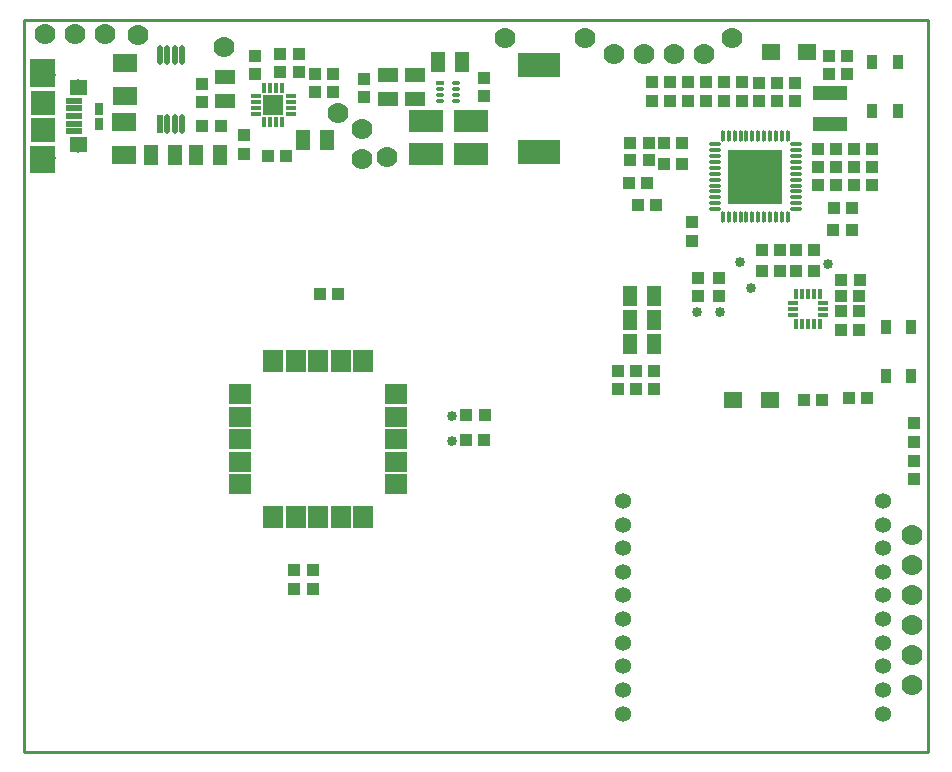
<source format=gts>
G04 Layer_Color=8388736*
%FSLAX25Y25*%
%MOIN*%
G70*
G01*
G75*
%ADD38C,0.01000*%
G04:AMPARAMS|DCode=55|XSize=15.69mil|YSize=35.5mil|CornerRadius=4.92mil|HoleSize=0mil|Usage=FLASHONLY|Rotation=90.000|XOffset=0mil|YOffset=0mil|HoleType=Round|Shape=RoundedRectangle|*
%AMROUNDEDRECTD55*
21,1,0.01569,0.02565,0,0,90.0*
21,1,0.00584,0.03550,0,0,90.0*
1,1,0.00984,0.01283,0.00292*
1,1,0.00984,0.01283,-0.00292*
1,1,0.00984,-0.01283,-0.00292*
1,1,0.00984,-0.01283,0.00292*
%
%ADD55ROUNDEDRECTD55*%
G04:AMPARAMS|DCode=56|XSize=15.69mil|YSize=35.5mil|CornerRadius=4.92mil|HoleSize=0mil|Usage=FLASHONLY|Rotation=0.000|XOffset=0mil|YOffset=0mil|HoleType=Round|Shape=RoundedRectangle|*
%AMROUNDEDRECTD56*
21,1,0.01569,0.02565,0,0,0.0*
21,1,0.00584,0.03550,0,0,0.0*
1,1,0.00984,0.00292,-0.01283*
1,1,0.00984,-0.00292,-0.01283*
1,1,0.00984,-0.00292,0.01283*
1,1,0.00984,0.00292,0.01283*
%
%ADD56ROUNDEDRECTD56*%
%ADD57R,0.18000X0.18000*%
G04:AMPARAMS|DCode=58|XSize=14mil|YSize=37.36mil|CornerRadius=4.5mil|HoleSize=0mil|Usage=FLASHONLY|Rotation=90.000|XOffset=0mil|YOffset=0mil|HoleType=Round|Shape=RoundedRectangle|*
%AMROUNDEDRECTD58*
21,1,0.01400,0.02836,0,0,90.0*
21,1,0.00500,0.03736,0,0,90.0*
1,1,0.00900,0.01418,0.00250*
1,1,0.00900,0.01418,-0.00250*
1,1,0.00900,-0.01418,-0.00250*
1,1,0.00900,-0.01418,0.00250*
%
%ADD58ROUNDEDRECTD58*%
G04:AMPARAMS|DCode=59|XSize=14mil|YSize=37.36mil|CornerRadius=4.5mil|HoleSize=0mil|Usage=FLASHONLY|Rotation=0.000|XOffset=0mil|YOffset=0mil|HoleType=Round|Shape=RoundedRectangle|*
%AMROUNDEDRECTD59*
21,1,0.01400,0.02836,0,0,0.0*
21,1,0.00500,0.03736,0,0,0.0*
1,1,0.00900,0.00250,-0.01418*
1,1,0.00900,-0.00250,-0.01418*
1,1,0.00900,-0.00250,0.01418*
1,1,0.00900,0.00250,0.01418*
%
%ADD59ROUNDEDRECTD59*%
%ADD60R,0.06500X0.06500*%
G04:AMPARAMS|DCode=61|XSize=16mil|YSize=36mil|CornerRadius=5mil|HoleSize=0mil|Usage=FLASHONLY|Rotation=0.000|XOffset=0mil|YOffset=0mil|HoleType=Round|Shape=RoundedRectangle|*
%AMROUNDEDRECTD61*
21,1,0.01600,0.02600,0,0,0.0*
21,1,0.00600,0.03600,0,0,0.0*
1,1,0.01000,0.00300,-0.01300*
1,1,0.01000,-0.00300,-0.01300*
1,1,0.01000,-0.00300,0.01300*
1,1,0.01000,0.00300,0.01300*
%
%ADD61ROUNDEDRECTD61*%
G04:AMPARAMS|DCode=62|XSize=16mil|YSize=36mil|CornerRadius=5mil|HoleSize=0mil|Usage=FLASHONLY|Rotation=270.000|XOffset=0mil|YOffset=0mil|HoleType=Round|Shape=RoundedRectangle|*
%AMROUNDEDRECTD62*
21,1,0.01600,0.02600,0,0,270.0*
21,1,0.00600,0.03600,0,0,270.0*
1,1,0.01000,-0.01300,-0.00300*
1,1,0.01000,-0.01300,0.00300*
1,1,0.01000,0.01300,0.00300*
1,1,0.01000,0.01300,-0.00300*
%
%ADD62ROUNDEDRECTD62*%
%ADD63R,0.02565X0.01384*%
G04:AMPARAMS|DCode=64|XSize=13.84mil|YSize=25.65mil|CornerRadius=4.46mil|HoleSize=0mil|Usage=FLASHONLY|Rotation=90.000|XOffset=0mil|YOffset=0mil|HoleType=Round|Shape=RoundedRectangle|*
%AMROUNDEDRECTD64*
21,1,0.01384,0.01673,0,0,90.0*
21,1,0.00492,0.02565,0,0,90.0*
1,1,0.00892,0.00837,0.00246*
1,1,0.00892,0.00837,-0.00246*
1,1,0.00892,-0.00837,-0.00246*
1,1,0.00892,-0.00837,0.00246*
%
%ADD64ROUNDEDRECTD64*%
%ADD65R,0.08480X0.08087*%
%ADD66R,0.05715X0.01975*%
%ADD67R,0.08400X0.06400*%
%ADD68R,0.11630X0.07299*%
%ADD69R,0.05000X0.07000*%
%ADD70R,0.07000X0.05000*%
%ADD71R,0.04347X0.04347*%
%ADD72R,0.04347X0.04347*%
%ADD73R,0.05921X0.05331*%
%ADD74R,0.11630X0.04937*%
%ADD75R,0.03559X0.05134*%
%ADD76R,0.14386X0.08283*%
%ADD77R,0.02575X0.04150*%
G04:AMPARAMS|DCode=78|XSize=64mil|YSize=20mil|CornerRadius=6.5mil|HoleSize=0mil|Usage=FLASHONLY|Rotation=90.000|XOffset=0mil|YOffset=0mil|HoleType=Round|Shape=RoundedRectangle|*
%AMROUNDEDRECTD78*
21,1,0.06400,0.00700,0,0,90.0*
21,1,0.05100,0.02000,0,0,90.0*
1,1,0.01300,0.00350,0.02550*
1,1,0.01300,0.00350,-0.02550*
1,1,0.01300,-0.00350,-0.02550*
1,1,0.01300,-0.00350,0.02550*
%
%ADD78ROUNDEDRECTD78*%
%ADD79R,0.02000X0.06400*%
%ADD80R,0.07687X0.06506*%
%ADD81R,0.06506X0.07687*%
%ADD82O,0.08480X0.04740*%
%ADD83C,0.05134*%
%ADD84C,0.05331*%
%ADD85C,0.03362*%
%ADD86C,0.07000*%
%ADD87C,0.02968*%
G36*
X20870Y199992D02*
X15160D01*
Y204907D01*
X20870D01*
Y199992D01*
D02*
G37*
G36*
X10339Y193102D02*
X2058D01*
Y202149D01*
X10339D01*
Y193102D01*
D02*
G37*
G36*
Y221843D02*
X2068D01*
Y230901D01*
X10339D01*
Y221843D01*
D02*
G37*
G36*
X20870Y219087D02*
X15161D01*
Y224013D01*
X20870D01*
Y219087D01*
D02*
G37*
D38*
X0Y0D02*
Y244100D01*
X301181D01*
Y0D02*
Y244100D01*
X0Y0D02*
X301181D01*
D55*
X266335Y147812D02*
D03*
Y145843D02*
D03*
Y149780D02*
D03*
X256295Y147812D02*
D03*
Y149780D02*
D03*
Y145843D02*
D03*
D56*
X265252Y142792D02*
D03*
X263283D02*
D03*
X261315D02*
D03*
X259347D02*
D03*
X257378D02*
D03*
X261315Y152831D02*
D03*
X263283D02*
D03*
X265252D02*
D03*
X259347D02*
D03*
X257378D02*
D03*
D57*
X243701Y191800D02*
D03*
D58*
X230177Y202627D02*
D03*
Y200658D02*
D03*
Y198690D02*
D03*
Y196721D02*
D03*
Y194753D02*
D03*
Y192784D02*
D03*
Y190816D02*
D03*
Y188847D02*
D03*
Y186879D02*
D03*
Y184910D02*
D03*
Y182942D02*
D03*
Y180973D02*
D03*
X257224D02*
D03*
Y182942D02*
D03*
Y184910D02*
D03*
Y186879D02*
D03*
Y188847D02*
D03*
Y190816D02*
D03*
Y192784D02*
D03*
Y194753D02*
D03*
Y196721D02*
D03*
Y198690D02*
D03*
Y200658D02*
D03*
Y202627D02*
D03*
D59*
X232874Y178276D02*
D03*
X234842D02*
D03*
X236811D02*
D03*
X238779D02*
D03*
X240748D02*
D03*
X242717D02*
D03*
X244685D02*
D03*
X246654D02*
D03*
X248622D02*
D03*
X250591D02*
D03*
X252559D02*
D03*
X254528D02*
D03*
Y205324D02*
D03*
X252559D02*
D03*
X250591D02*
D03*
X248622D02*
D03*
X246654D02*
D03*
X244685D02*
D03*
X242717D02*
D03*
X240748D02*
D03*
X238779D02*
D03*
X236811D02*
D03*
X234842D02*
D03*
X232874D02*
D03*
D60*
X83000Y215700D02*
D03*
D61*
X80000Y209900D02*
D03*
X82000D02*
D03*
X84000D02*
D03*
X86000D02*
D03*
Y221500D02*
D03*
X84000D02*
D03*
X82000D02*
D03*
X80000D02*
D03*
D62*
X88800Y212700D02*
D03*
Y214700D02*
D03*
Y216700D02*
D03*
Y218700D02*
D03*
X77200D02*
D03*
Y216700D02*
D03*
Y214700D02*
D03*
Y212700D02*
D03*
D63*
X138713Y223032D02*
D03*
D64*
Y221063D02*
D03*
Y219095D02*
D03*
Y217126D02*
D03*
X144028Y223032D02*
D03*
Y221063D02*
D03*
Y219095D02*
D03*
Y217126D02*
D03*
D65*
X6205Y207472D02*
D03*
Y216528D02*
D03*
D66*
X16736Y206882D02*
D03*
Y217118D02*
D03*
Y209441D02*
D03*
Y214559D02*
D03*
Y212000D02*
D03*
D67*
X33595Y218709D02*
D03*
Y229710D02*
D03*
X33382Y198900D02*
D03*
Y209900D02*
D03*
D68*
X148842Y199288D02*
D03*
Y210312D02*
D03*
X133842Y199288D02*
D03*
Y210312D02*
D03*
D69*
X57154Y198898D02*
D03*
X65154D02*
D03*
X42353D02*
D03*
X50353D02*
D03*
X145941Y230196D02*
D03*
X137941D02*
D03*
X209900Y152200D02*
D03*
X201900D02*
D03*
X209900Y144200D02*
D03*
X201900D02*
D03*
X209900Y136200D02*
D03*
X201900D02*
D03*
X92883Y204131D02*
D03*
X100883D02*
D03*
D70*
X130140Y217800D02*
D03*
Y225800D02*
D03*
X121339D02*
D03*
Y217800D02*
D03*
X66961Y225000D02*
D03*
Y217000D02*
D03*
D71*
X239185Y223248D02*
D03*
Y217146D02*
D03*
X233185Y223248D02*
D03*
Y217146D02*
D03*
X245079Y223186D02*
D03*
Y217083D02*
D03*
X256791Y223186D02*
D03*
Y217083D02*
D03*
X250984Y223186D02*
D03*
Y217083D02*
D03*
X96130Y60591D02*
D03*
Y54489D02*
D03*
X90000Y60591D02*
D03*
Y54489D02*
D03*
X274309Y226070D02*
D03*
Y232172D02*
D03*
X197956Y127003D02*
D03*
Y120901D02*
D03*
X203906Y127003D02*
D03*
Y120901D02*
D03*
X209906Y127003D02*
D03*
Y120901D02*
D03*
X268179Y226070D02*
D03*
Y232172D02*
D03*
X222516Y170472D02*
D03*
Y176575D02*
D03*
X209185Y223248D02*
D03*
Y217146D02*
D03*
X215185Y223248D02*
D03*
Y217146D02*
D03*
X221185Y223248D02*
D03*
Y217146D02*
D03*
X227185Y223248D02*
D03*
Y217146D02*
D03*
X296500Y109551D02*
D03*
Y103449D02*
D03*
Y90949D02*
D03*
Y97051D02*
D03*
X224600Y158051D02*
D03*
Y151949D02*
D03*
X231713Y158051D02*
D03*
Y151949D02*
D03*
X59425Y222851D02*
D03*
Y216749D02*
D03*
X76946Y226024D02*
D03*
Y232127D02*
D03*
X73261Y205607D02*
D03*
Y199505D02*
D03*
X103076Y226127D02*
D03*
Y220024D02*
D03*
X85300Y232677D02*
D03*
Y226574D02*
D03*
X96946Y226127D02*
D03*
Y220024D02*
D03*
X91598Y232677D02*
D03*
Y226574D02*
D03*
X113418Y218402D02*
D03*
Y224505D02*
D03*
X153339Y224851D02*
D03*
Y218749D02*
D03*
D72*
X269749Y174100D02*
D03*
X275851D02*
D03*
X274949Y118000D02*
D03*
X281051D02*
D03*
X259949Y117500D02*
D03*
X266051D02*
D03*
X219401Y195997D02*
D03*
X213299D02*
D03*
X219416Y203109D02*
D03*
X213314D02*
D03*
X147249Y103900D02*
D03*
X153351D02*
D03*
X245963Y160297D02*
D03*
X252065D02*
D03*
X257213D02*
D03*
X263315D02*
D03*
X264567Y201142D02*
D03*
X270669D02*
D03*
X282677D02*
D03*
X276575D02*
D03*
X98622Y152854D02*
D03*
X104724D02*
D03*
X278445Y157283D02*
D03*
X272342D02*
D03*
X278366Y146989D02*
D03*
X272264D02*
D03*
X278366Y152136D02*
D03*
X272264D02*
D03*
X276559Y195012D02*
D03*
X282661D02*
D03*
X276559Y189012D02*
D03*
X282661D02*
D03*
X270661Y195012D02*
D03*
X264559D02*
D03*
X270661Y189012D02*
D03*
X264559D02*
D03*
X147351Y112300D02*
D03*
X153454D02*
D03*
X272264Y140858D02*
D03*
X278366D02*
D03*
X202064Y203109D02*
D03*
X208166D02*
D03*
X202049Y197400D02*
D03*
X208151D02*
D03*
X210751Y182297D02*
D03*
X204649D02*
D03*
X207600Y189700D02*
D03*
X201498D02*
D03*
X263315Y167409D02*
D03*
X257213D02*
D03*
X252065D02*
D03*
X245963D02*
D03*
X269849Y181213D02*
D03*
X275951D02*
D03*
X87409Y198619D02*
D03*
X81306D02*
D03*
X59349Y208700D02*
D03*
X65451D02*
D03*
D73*
X248602Y117500D02*
D03*
X236398D02*
D03*
X248810Y233490D02*
D03*
X261014D02*
D03*
D74*
X268529Y209350D02*
D03*
Y219587D02*
D03*
D75*
X291240Y230188D02*
D03*
Y213850D02*
D03*
X282776Y230188D02*
D03*
Y213850D02*
D03*
X287175Y125431D02*
D03*
Y141769D02*
D03*
X295640Y125431D02*
D03*
Y141769D02*
D03*
D76*
X171477Y229134D02*
D03*
Y200000D02*
D03*
D77*
X25021Y214359D02*
D03*
Y209241D02*
D03*
D78*
X45169Y232500D02*
D03*
X47669D02*
D03*
X50269D02*
D03*
X52769D02*
D03*
Y209500D02*
D03*
X50269D02*
D03*
X47669D02*
D03*
D79*
X45169D02*
D03*
D80*
X72047Y119272D02*
D03*
Y111791D02*
D03*
Y104311D02*
D03*
Y96831D02*
D03*
Y89350D02*
D03*
X124016D02*
D03*
Y96831D02*
D03*
Y104311D02*
D03*
Y111791D02*
D03*
Y119272D02*
D03*
D81*
X83071Y78327D02*
D03*
X90551D02*
D03*
X98032D02*
D03*
X105512D02*
D03*
X112992D02*
D03*
Y130295D02*
D03*
X105512D02*
D03*
X98032D02*
D03*
X90551D02*
D03*
X83071D02*
D03*
D82*
X6205Y198171D02*
D03*
Y225829D02*
D03*
D83*
X18016Y202453D02*
D03*
Y221547D02*
D03*
D84*
X286206Y83706D02*
D03*
Y75832D02*
D03*
Y67958D02*
D03*
Y60084D02*
D03*
Y52210D02*
D03*
Y44336D02*
D03*
Y36462D02*
D03*
Y28588D02*
D03*
Y20714D02*
D03*
Y12840D02*
D03*
X199592D02*
D03*
Y20714D02*
D03*
Y28588D02*
D03*
Y36462D02*
D03*
Y44336D02*
D03*
Y52210D02*
D03*
Y60084D02*
D03*
Y67958D02*
D03*
Y75832D02*
D03*
Y83706D02*
D03*
D85*
X231800Y146600D02*
D03*
X224400Y146700D02*
D03*
X142696Y112000D02*
D03*
X142594Y103800D02*
D03*
X238500Y163500D02*
D03*
X242400Y154659D02*
D03*
X267789Y162800D02*
D03*
D86*
X196535Y232677D02*
D03*
X206535D02*
D03*
X216535D02*
D03*
X226535D02*
D03*
X160200Y238072D02*
D03*
X236000Y238000D02*
D03*
X187000Y238072D02*
D03*
X104630Y213000D02*
D03*
X38068Y239000D02*
D03*
X7000Y239389D02*
D03*
X66600Y235200D02*
D03*
X120825Y198225D02*
D03*
X27000Y239389D02*
D03*
X17000D02*
D03*
X112631Y197831D02*
D03*
Y207832D02*
D03*
X296000Y72500D02*
D03*
Y62500D02*
D03*
Y52500D02*
D03*
Y42500D02*
D03*
Y32500D02*
D03*
Y22500D02*
D03*
D87*
X236701Y191800D02*
D03*
Y198800D02*
D03*
Y184800D02*
D03*
X243701D02*
D03*
Y198800D02*
D03*
X250701D02*
D03*
Y191800D02*
D03*
Y184800D02*
D03*
X243701Y191800D02*
D03*
M02*

</source>
